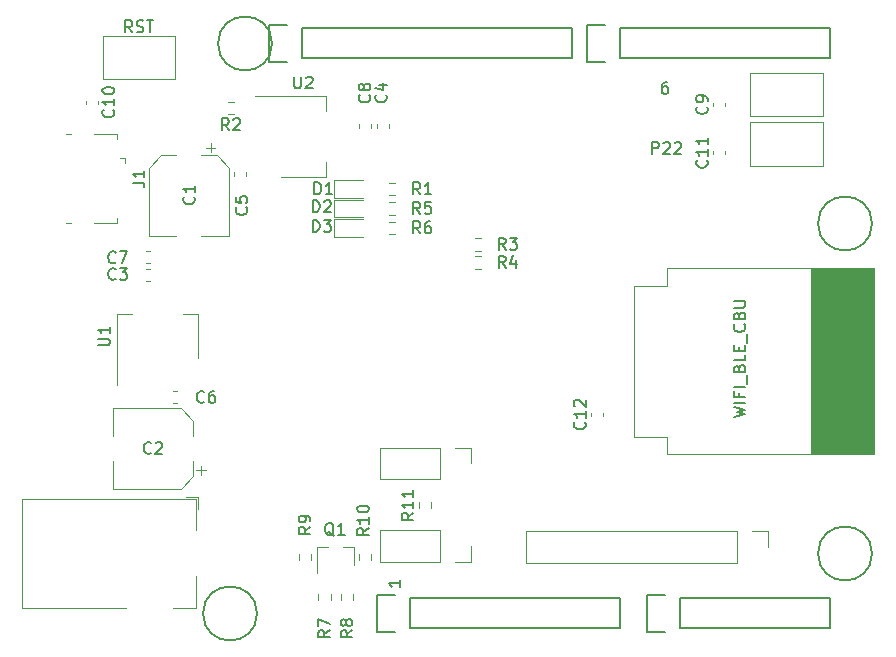
<source format=gbr>
%TF.GenerationSoftware,KiCad,Pcbnew,(5.1.9)-1*%
%TF.CreationDate,2021-05-30T19:53:41+08:00*%
%TF.ProjectId,Tuya_RGB,54757961-5f52-4474-922e-6b696361645f,rev?*%
%TF.SameCoordinates,Original*%
%TF.FileFunction,Legend,Top*%
%TF.FilePolarity,Positive*%
%FSLAX46Y46*%
G04 Gerber Fmt 4.6, Leading zero omitted, Abs format (unit mm)*
G04 Created by KiCad (PCBNEW (5.1.9)-1) date 2021-05-30 19:53:41*
%MOMM*%
%LPD*%
G01*
G04 APERTURE LIST*
%ADD10C,0.150000*%
%ADD11C,0.120000*%
%ADD12C,0.100000*%
G04 APERTURE END LIST*
D10*
X160710714Y-84907380D02*
X160710714Y-83907380D01*
X161091666Y-83907380D01*
X161186904Y-83955000D01*
X161234523Y-84002619D01*
X161282142Y-84097857D01*
X161282142Y-84240714D01*
X161234523Y-84335952D01*
X161186904Y-84383571D01*
X161091666Y-84431190D01*
X160710714Y-84431190D01*
X161663095Y-84002619D02*
X161710714Y-83955000D01*
X161805952Y-83907380D01*
X162044047Y-83907380D01*
X162139285Y-83955000D01*
X162186904Y-84002619D01*
X162234523Y-84097857D01*
X162234523Y-84193095D01*
X162186904Y-84335952D01*
X161615476Y-84907380D01*
X162234523Y-84907380D01*
X162615476Y-84002619D02*
X162663095Y-83955000D01*
X162758333Y-83907380D01*
X162996428Y-83907380D01*
X163091666Y-83955000D01*
X163139285Y-84002619D01*
X163186904Y-84097857D01*
X163186904Y-84193095D01*
X163139285Y-84335952D01*
X162567857Y-84907380D01*
X163186904Y-84907380D01*
X161988476Y-78827380D02*
X161798000Y-78827380D01*
X161702761Y-78875000D01*
X161655142Y-78922619D01*
X161559904Y-79065476D01*
X161512285Y-79255952D01*
X161512285Y-79636904D01*
X161559904Y-79732142D01*
X161607523Y-79779761D01*
X161702761Y-79827380D01*
X161893238Y-79827380D01*
X161988476Y-79779761D01*
X162036095Y-79732142D01*
X162083714Y-79636904D01*
X162083714Y-79398809D01*
X162036095Y-79303571D01*
X161988476Y-79255952D01*
X161893238Y-79208333D01*
X161702761Y-79208333D01*
X161607523Y-79255952D01*
X161559904Y-79303571D01*
X161512285Y-79398809D01*
X167600380Y-107211190D02*
X168600380Y-106973095D01*
X167886095Y-106782619D01*
X168600380Y-106592142D01*
X167600380Y-106354047D01*
X168600380Y-105973095D02*
X167600380Y-105973095D01*
X168076571Y-105163571D02*
X168076571Y-105496904D01*
X168600380Y-105496904D02*
X167600380Y-105496904D01*
X167600380Y-105020714D01*
X168600380Y-104639761D02*
X167600380Y-104639761D01*
X168695619Y-104401666D02*
X168695619Y-103639761D01*
X168076571Y-103068333D02*
X168124190Y-102925476D01*
X168171809Y-102877857D01*
X168267047Y-102830238D01*
X168409904Y-102830238D01*
X168505142Y-102877857D01*
X168552761Y-102925476D01*
X168600380Y-103020714D01*
X168600380Y-103401666D01*
X167600380Y-103401666D01*
X167600380Y-103068333D01*
X167648000Y-102973095D01*
X167695619Y-102925476D01*
X167790857Y-102877857D01*
X167886095Y-102877857D01*
X167981333Y-102925476D01*
X168028952Y-102973095D01*
X168076571Y-103068333D01*
X168076571Y-103401666D01*
X168600380Y-101925476D02*
X168600380Y-102401666D01*
X167600380Y-102401666D01*
X168076571Y-101592142D02*
X168076571Y-101258809D01*
X168600380Y-101115952D02*
X168600380Y-101592142D01*
X167600380Y-101592142D01*
X167600380Y-101115952D01*
X168695619Y-100925476D02*
X168695619Y-100163571D01*
X168505142Y-99354047D02*
X168552761Y-99401666D01*
X168600380Y-99544523D01*
X168600380Y-99639761D01*
X168552761Y-99782619D01*
X168457523Y-99877857D01*
X168362285Y-99925476D01*
X168171809Y-99973095D01*
X168028952Y-99973095D01*
X167838476Y-99925476D01*
X167743238Y-99877857D01*
X167648000Y-99782619D01*
X167600380Y-99639761D01*
X167600380Y-99544523D01*
X167648000Y-99401666D01*
X167695619Y-99354047D01*
X168076571Y-98592142D02*
X168124190Y-98449285D01*
X168171809Y-98401666D01*
X168267047Y-98354047D01*
X168409904Y-98354047D01*
X168505142Y-98401666D01*
X168552761Y-98449285D01*
X168600380Y-98544523D01*
X168600380Y-98925476D01*
X167600380Y-98925476D01*
X167600380Y-98592142D01*
X167648000Y-98496904D01*
X167695619Y-98449285D01*
X167790857Y-98401666D01*
X167886095Y-98401666D01*
X167981333Y-98449285D01*
X168028952Y-98496904D01*
X168076571Y-98592142D01*
X168076571Y-98925476D01*
X167600380Y-97925476D02*
X168409904Y-97925476D01*
X168505142Y-97877857D01*
X168552761Y-97830238D01*
X168600380Y-97735000D01*
X168600380Y-97544523D01*
X168552761Y-97449285D01*
X168505142Y-97401666D01*
X168409904Y-97354047D01*
X167600380Y-97354047D01*
X116673380Y-74620380D02*
X116340047Y-74144190D01*
X116101952Y-74620380D02*
X116101952Y-73620380D01*
X116482904Y-73620380D01*
X116578142Y-73668000D01*
X116625761Y-73715619D01*
X116673380Y-73810857D01*
X116673380Y-73953714D01*
X116625761Y-74048952D01*
X116578142Y-74096571D01*
X116482904Y-74144190D01*
X116101952Y-74144190D01*
X117054333Y-74572761D02*
X117197190Y-74620380D01*
X117435285Y-74620380D01*
X117530523Y-74572761D01*
X117578142Y-74525142D01*
X117625761Y-74429904D01*
X117625761Y-74334666D01*
X117578142Y-74239428D01*
X117530523Y-74191809D01*
X117435285Y-74144190D01*
X117244809Y-74096571D01*
X117149571Y-74048952D01*
X117101952Y-74001333D01*
X117054333Y-73906095D01*
X117054333Y-73810857D01*
X117101952Y-73715619D01*
X117149571Y-73668000D01*
X117244809Y-73620380D01*
X117482904Y-73620380D01*
X117625761Y-73668000D01*
X117911476Y-73620380D02*
X118482904Y-73620380D01*
X118197190Y-74620380D02*
X118197190Y-73620380D01*
X139390380Y-120999285D02*
X139390380Y-121570714D01*
X139390380Y-121285000D02*
X138390380Y-121285000D01*
X138533238Y-121380238D01*
X138628476Y-121475476D01*
X138676095Y-121570714D01*
D11*
%TO.C,R4*%
X146201224Y-92060500D02*
X145691776Y-92060500D01*
X146201224Y-93105500D02*
X145691776Y-93105500D01*
%TO.C,R3*%
X145691776Y-94629500D02*
X146201224Y-94629500D01*
X145691776Y-93584500D02*
X146201224Y-93584500D01*
%TO.C,J2*%
X122058000Y-114145000D02*
X122058000Y-116745000D01*
X107358000Y-114145000D02*
X122058000Y-114145000D01*
X122058000Y-123345000D02*
X120158000Y-123345000D01*
X122058000Y-120645000D02*
X122058000Y-123345000D01*
X107358000Y-123345000D02*
X107358000Y-114145000D01*
X116158000Y-123345000D02*
X107358000Y-123345000D01*
X121208000Y-113945000D02*
X122258000Y-113945000D01*
X122258000Y-114995000D02*
X122258000Y-113945000D01*
%TO.C,R1*%
X138962224Y-88406500D02*
X138452776Y-88406500D01*
X138962224Y-87361500D02*
X138452776Y-87361500D01*
%TO.C,D1*%
X136196000Y-87149000D02*
X133736000Y-87149000D01*
X133736000Y-87149000D02*
X133736000Y-88619000D01*
X133736000Y-88619000D02*
X136196000Y-88619000D01*
%TO.C,Q1*%
X135488800Y-118239000D02*
X134558800Y-118239000D01*
X132328800Y-118239000D02*
X133258800Y-118239000D01*
X132328800Y-118239000D02*
X132328800Y-120399000D01*
X135488800Y-118239000D02*
X135488800Y-119699000D01*
%TO.C,J3*%
X142768000Y-116780000D02*
X142768000Y-119440000D01*
X142768000Y-116780000D02*
X137628000Y-116780000D01*
X137628000Y-116780000D02*
X137628000Y-119440000D01*
X142768000Y-119440000D02*
X137628000Y-119440000D01*
X145368000Y-119440000D02*
X144038000Y-119440000D01*
X145368000Y-118110000D02*
X145368000Y-119440000D01*
%TO.C,U3*%
X174181800Y-110357600D02*
X174181800Y-94569600D01*
X179482800Y-94569600D02*
X179482800Y-110357600D01*
X161981800Y-110357600D02*
X179482800Y-110357600D01*
X161981800Y-94569600D02*
X179482800Y-94569600D01*
X161981800Y-110357600D02*
X161981800Y-108863600D01*
X161981800Y-96063600D02*
X161981800Y-94569600D01*
X159181800Y-108863600D02*
X161981800Y-108863600D01*
X159181800Y-96063600D02*
X161981800Y-96063600D01*
X159181800Y-96063600D02*
X159181800Y-108863600D01*
D12*
G36*
X174181800Y-110357600D02*
G01*
X174181800Y-94569600D01*
X179482800Y-94569600D01*
X179482800Y-110357600D01*
X174181800Y-110357600D01*
G37*
X174181800Y-110357600D02*
X174181800Y-94569600D01*
X179482800Y-94569600D01*
X179482800Y-110357600D01*
X174181800Y-110357600D01*
D11*
%TO.C,U2*%
X133076000Y-86835000D02*
X133076000Y-85575000D01*
X133076000Y-80015000D02*
X133076000Y-81275000D01*
X129316000Y-86835000D02*
X133076000Y-86835000D01*
X127066000Y-80015000D02*
X133076000Y-80015000D01*
%TO.C,U1*%
X122242600Y-98445000D02*
X120982600Y-98445000D01*
X115422600Y-98445000D02*
X116682600Y-98445000D01*
X122242600Y-102205000D02*
X122242600Y-98445000D01*
X115422600Y-104455000D02*
X115422600Y-98445000D01*
%TO.C,SW3*%
X169025000Y-82224000D02*
X175145000Y-82224000D01*
X175145000Y-82224000D02*
X175145000Y-85924000D01*
X175145000Y-85924000D02*
X169025000Y-85924000D01*
X169025000Y-85924000D02*
X169025000Y-82224000D01*
%TO.C,SW2*%
X114186400Y-74908800D02*
X120306400Y-74908800D01*
X120306400Y-74908800D02*
X120306400Y-78608800D01*
X120306400Y-78608800D02*
X114186400Y-78608800D01*
X114186400Y-78608800D02*
X114186400Y-74908800D01*
%TO.C,SW1*%
X169025000Y-78033000D02*
X175145000Y-78033000D01*
X175145000Y-78033000D02*
X175145000Y-81733000D01*
X175145000Y-81733000D02*
X169025000Y-81733000D01*
X169025000Y-81733000D02*
X169025000Y-78033000D01*
%TO.C,R11*%
X140955500Y-114912224D02*
X140955500Y-114402776D01*
X142000500Y-114912224D02*
X142000500Y-114402776D01*
%TO.C,R10*%
X135875500Y-119277224D02*
X135875500Y-118767776D01*
X136920500Y-119277224D02*
X136920500Y-118767776D01*
%TO.C,R9*%
X130795500Y-119277224D02*
X130795500Y-118767776D01*
X131840500Y-119277224D02*
X131840500Y-118767776D01*
%TO.C,R8*%
X134351500Y-122706224D02*
X134351500Y-122196776D01*
X135396500Y-122706224D02*
X135396500Y-122196776D01*
%TO.C,R7*%
X132446500Y-122706224D02*
X132446500Y-122196776D01*
X133491500Y-122706224D02*
X133491500Y-122196776D01*
%TO.C,R6*%
X138962224Y-91708500D02*
X138452776Y-91708500D01*
X138962224Y-90663500D02*
X138452776Y-90663500D01*
%TO.C,R5*%
X138962224Y-90057500D02*
X138452776Y-90057500D01*
X138962224Y-89012500D02*
X138452776Y-89012500D01*
%TO.C,R2*%
X125298924Y-81548500D02*
X124789476Y-81548500D01*
X125298924Y-80503500D02*
X124789476Y-80503500D01*
%TO.C,J5*%
X137628000Y-109795000D02*
X137628000Y-112455000D01*
X142768000Y-109795000D02*
X137628000Y-109795000D01*
X142768000Y-112455000D02*
X137628000Y-112455000D01*
X142768000Y-109795000D02*
X142768000Y-112455000D01*
X144038000Y-109795000D02*
X145368000Y-109795000D01*
X145368000Y-109795000D02*
X145368000Y-111125000D01*
%TO.C,J4*%
X150054000Y-116879000D02*
X150054000Y-119539000D01*
X167894000Y-116879000D02*
X150054000Y-116879000D01*
X167894000Y-119539000D02*
X150054000Y-119539000D01*
X167894000Y-116879000D02*
X167894000Y-119539000D01*
X169164000Y-116879000D02*
X170494000Y-116879000D01*
X170494000Y-116879000D02*
X170494000Y-118209000D01*
%TO.C,J1*%
X115661200Y-85244400D02*
X116111200Y-85244400D01*
X116111200Y-85694400D02*
X116111200Y-85244400D01*
X115431200Y-83244400D02*
X115431200Y-83664400D01*
X113451200Y-83244400D02*
X115431200Y-83244400D01*
X111081200Y-83244400D02*
X111481200Y-83244400D01*
X111481200Y-90764400D02*
X111081200Y-90764400D01*
X115431200Y-90764400D02*
X115431200Y-90344400D01*
X113451200Y-90764400D02*
X115431200Y-90764400D01*
%TO.C,D3*%
X136196000Y-90451000D02*
X133736000Y-90451000D01*
X133736000Y-90451000D02*
X133736000Y-91921000D01*
X133736000Y-91921000D02*
X136196000Y-91921000D01*
%TO.C,D2*%
X136196000Y-88800000D02*
X133736000Y-88800000D01*
X133736000Y-88800000D02*
X133736000Y-90270000D01*
X133736000Y-90270000D02*
X136196000Y-90270000D01*
%TO.C,C12*%
X155547600Y-107132167D02*
X155547600Y-106839633D01*
X156567600Y-107132167D02*
X156567600Y-106839633D01*
%TO.C,C11*%
X166880000Y-84663233D02*
X166880000Y-84955767D01*
X165860000Y-84663233D02*
X165860000Y-84955767D01*
%TO.C,C10*%
X113794000Y-80396033D02*
X113794000Y-80688567D01*
X112774000Y-80396033D02*
X112774000Y-80688567D01*
%TO.C,C9*%
X166880000Y-80599233D02*
X166880000Y-80891767D01*
X165860000Y-80599233D02*
X165860000Y-80891767D01*
%TO.C,C8*%
X135888000Y-82696267D02*
X135888000Y-82403733D01*
X136908000Y-82696267D02*
X136908000Y-82403733D01*
%TO.C,C7*%
X118154667Y-94134400D02*
X117862133Y-94134400D01*
X118154667Y-93114400D02*
X117862133Y-93114400D01*
%TO.C,C6*%
X120441767Y-106047000D02*
X120149233Y-106047000D01*
X120441767Y-105027000D02*
X120149233Y-105027000D01*
%TO.C,C5*%
X126341600Y-86466633D02*
X126341600Y-86759167D01*
X125321600Y-86466633D02*
X125321600Y-86759167D01*
%TO.C,C4*%
X137412000Y-82696267D02*
X137412000Y-82403733D01*
X138432000Y-82696267D02*
X138432000Y-82403733D01*
%TO.C,C3*%
X118154667Y-95658400D02*
X117862133Y-95658400D01*
X118154667Y-94638400D02*
X117862133Y-94638400D01*
%TO.C,C2*%
X115048000Y-106445000D02*
X115048000Y-108795000D01*
X115048000Y-113265000D02*
X115048000Y-110915000D01*
X120803563Y-113265000D02*
X115048000Y-113265000D01*
X120803563Y-106445000D02*
X115048000Y-106445000D01*
X121868000Y-107509437D02*
X121868000Y-108795000D01*
X121868000Y-112200563D02*
X121868000Y-110915000D01*
X121868000Y-112200563D02*
X120803563Y-113265000D01*
X121868000Y-107509437D02*
X120803563Y-106445000D01*
X122895500Y-111702500D02*
X122108000Y-111702500D01*
X122501750Y-112096250D02*
X122501750Y-111308750D01*
%TO.C,C1*%
X118078200Y-91835000D02*
X120428200Y-91835000D01*
X124898200Y-91835000D02*
X122548200Y-91835000D01*
X124898200Y-86079437D02*
X124898200Y-91835000D01*
X118078200Y-86079437D02*
X118078200Y-91835000D01*
X119142637Y-85015000D02*
X120428200Y-85015000D01*
X123833763Y-85015000D02*
X122548200Y-85015000D01*
X123833763Y-85015000D02*
X124898200Y-86079437D01*
X119142637Y-85015000D02*
X118078200Y-86079437D01*
X123335700Y-83987500D02*
X123335700Y-84775000D01*
X123729450Y-84381250D02*
X122941950Y-84381250D01*
D10*
%TO.C,P1*%
X137388000Y-122275000D02*
X137388000Y-125375000D01*
X138938000Y-122275000D02*
X137388000Y-122275000D01*
X140208000Y-125095000D02*
X140208000Y-122555000D01*
X137388000Y-125375000D02*
X138938000Y-125375000D01*
X157988000Y-122555000D02*
X140208000Y-122555000D01*
X157988000Y-125095000D02*
X157988000Y-122555000D01*
X140208000Y-125095000D02*
X157988000Y-125095000D01*
%TO.C,P2*%
X160248000Y-122275000D02*
X160248000Y-125375000D01*
X161798000Y-122275000D02*
X160248000Y-122275000D01*
X163068000Y-125095000D02*
X163068000Y-122555000D01*
X160248000Y-125375000D02*
X161798000Y-125375000D01*
X175768000Y-122555000D02*
X163068000Y-122555000D01*
X175768000Y-125095000D02*
X175768000Y-122555000D01*
X163068000Y-125095000D02*
X175768000Y-125095000D01*
%TO.C,P3*%
X128244000Y-74015000D02*
X128244000Y-77115000D01*
X129794000Y-74015000D02*
X128244000Y-74015000D01*
X131064000Y-76835000D02*
X131064000Y-74295000D01*
X128244000Y-77115000D02*
X129794000Y-77115000D01*
X153924000Y-74295000D02*
X131064000Y-74295000D01*
X153924000Y-76835000D02*
X153924000Y-74295000D01*
X131064000Y-76835000D02*
X153924000Y-76835000D01*
%TO.C,P4*%
X155168000Y-74015000D02*
X155168000Y-77115000D01*
X156718000Y-74015000D02*
X155168000Y-74015000D01*
X157988000Y-76835000D02*
X157988000Y-74295000D01*
X155168000Y-77115000D02*
X156718000Y-77115000D01*
X175768000Y-74295000D02*
X157988000Y-74295000D01*
X175768000Y-76835000D02*
X175768000Y-74295000D01*
X157988000Y-76835000D02*
X175768000Y-76835000D01*
%TO.C,P5*%
X127254000Y-123825000D02*
G75*
G03*
X127254000Y-123825000I-2286000J0D01*
G01*
%TO.C,P6*%
X179324000Y-118745000D02*
G75*
G03*
X179324000Y-118745000I-2286000J0D01*
G01*
%TO.C,P7*%
X128524000Y-75565000D02*
G75*
G03*
X128524000Y-75565000I-2286000J0D01*
G01*
%TO.C,P8*%
X179324000Y-90805000D02*
G75*
G03*
X179324000Y-90805000I-2286000J0D01*
G01*
%TO.C,R4*%
X148296333Y-94559380D02*
X147963000Y-94083190D01*
X147724904Y-94559380D02*
X147724904Y-93559380D01*
X148105857Y-93559380D01*
X148201095Y-93607000D01*
X148248714Y-93654619D01*
X148296333Y-93749857D01*
X148296333Y-93892714D01*
X148248714Y-93987952D01*
X148201095Y-94035571D01*
X148105857Y-94083190D01*
X147724904Y-94083190D01*
X149153476Y-93892714D02*
X149153476Y-94559380D01*
X148915380Y-93511761D02*
X148677285Y-94226047D01*
X149296333Y-94226047D01*
%TO.C,R3*%
X148296333Y-93035380D02*
X147963000Y-92559190D01*
X147724904Y-93035380D02*
X147724904Y-92035380D01*
X148105857Y-92035380D01*
X148201095Y-92083000D01*
X148248714Y-92130619D01*
X148296333Y-92225857D01*
X148296333Y-92368714D01*
X148248714Y-92463952D01*
X148201095Y-92511571D01*
X148105857Y-92559190D01*
X147724904Y-92559190D01*
X148629666Y-92035380D02*
X149248714Y-92035380D01*
X148915380Y-92416333D01*
X149058238Y-92416333D01*
X149153476Y-92463952D01*
X149201095Y-92511571D01*
X149248714Y-92606809D01*
X149248714Y-92844904D01*
X149201095Y-92940142D01*
X149153476Y-92987761D01*
X149058238Y-93035380D01*
X148772523Y-93035380D01*
X148677285Y-92987761D01*
X148629666Y-92940142D01*
%TO.C,R1*%
X141057333Y-88336380D02*
X140724000Y-87860190D01*
X140485904Y-88336380D02*
X140485904Y-87336380D01*
X140866857Y-87336380D01*
X140962095Y-87384000D01*
X141009714Y-87431619D01*
X141057333Y-87526857D01*
X141057333Y-87669714D01*
X141009714Y-87764952D01*
X140962095Y-87812571D01*
X140866857Y-87860190D01*
X140485904Y-87860190D01*
X142009714Y-88336380D02*
X141438285Y-88336380D01*
X141724000Y-88336380D02*
X141724000Y-87336380D01*
X141628761Y-87479238D01*
X141533523Y-87574476D01*
X141438285Y-87622095D01*
%TO.C,D1*%
X132103904Y-88336380D02*
X132103904Y-87336380D01*
X132342000Y-87336380D01*
X132484857Y-87384000D01*
X132580095Y-87479238D01*
X132627714Y-87574476D01*
X132675333Y-87764952D01*
X132675333Y-87907809D01*
X132627714Y-88098285D01*
X132580095Y-88193523D01*
X132484857Y-88288761D01*
X132342000Y-88336380D01*
X132103904Y-88336380D01*
X133627714Y-88336380D02*
X133056285Y-88336380D01*
X133342000Y-88336380D02*
X133342000Y-87336380D01*
X133246761Y-87479238D01*
X133151523Y-87574476D01*
X133056285Y-87622095D01*
%TO.C,Q1*%
X133762761Y-117260619D02*
X133667523Y-117213000D01*
X133572285Y-117117761D01*
X133429428Y-116974904D01*
X133334190Y-116927285D01*
X133238952Y-116927285D01*
X133286571Y-117165380D02*
X133191333Y-117117761D01*
X133096095Y-117022523D01*
X133048476Y-116832047D01*
X133048476Y-116498714D01*
X133096095Y-116308238D01*
X133191333Y-116213000D01*
X133286571Y-116165380D01*
X133477047Y-116165380D01*
X133572285Y-116213000D01*
X133667523Y-116308238D01*
X133715142Y-116498714D01*
X133715142Y-116832047D01*
X133667523Y-117022523D01*
X133572285Y-117117761D01*
X133477047Y-117165380D01*
X133286571Y-117165380D01*
X134667523Y-117165380D02*
X134096095Y-117165380D01*
X134381809Y-117165380D02*
X134381809Y-116165380D01*
X134286571Y-116308238D01*
X134191333Y-116403476D01*
X134096095Y-116451095D01*
%TO.C,U2*%
X130404095Y-78377380D02*
X130404095Y-79186904D01*
X130451714Y-79282142D01*
X130499333Y-79329761D01*
X130594571Y-79377380D01*
X130785047Y-79377380D01*
X130880285Y-79329761D01*
X130927904Y-79282142D01*
X130975523Y-79186904D01*
X130975523Y-78377380D01*
X131404095Y-78472619D02*
X131451714Y-78425000D01*
X131546952Y-78377380D01*
X131785047Y-78377380D01*
X131880285Y-78425000D01*
X131927904Y-78472619D01*
X131975523Y-78567857D01*
X131975523Y-78663095D01*
X131927904Y-78805952D01*
X131356476Y-79377380D01*
X131975523Y-79377380D01*
%TO.C,U1*%
X113784980Y-101116904D02*
X114594504Y-101116904D01*
X114689742Y-101069285D01*
X114737361Y-101021666D01*
X114784980Y-100926428D01*
X114784980Y-100735952D01*
X114737361Y-100640714D01*
X114689742Y-100593095D01*
X114594504Y-100545476D01*
X113784980Y-100545476D01*
X114784980Y-99545476D02*
X114784980Y-100116904D01*
X114784980Y-99831190D02*
X113784980Y-99831190D01*
X113927838Y-99926428D01*
X114023076Y-100021666D01*
X114070695Y-100116904D01*
%TO.C,R11*%
X140500380Y-115300357D02*
X140024190Y-115633690D01*
X140500380Y-115871785D02*
X139500380Y-115871785D01*
X139500380Y-115490833D01*
X139548000Y-115395595D01*
X139595619Y-115347976D01*
X139690857Y-115300357D01*
X139833714Y-115300357D01*
X139928952Y-115347976D01*
X139976571Y-115395595D01*
X140024190Y-115490833D01*
X140024190Y-115871785D01*
X140500380Y-114347976D02*
X140500380Y-114919404D01*
X140500380Y-114633690D02*
X139500380Y-114633690D01*
X139643238Y-114728928D01*
X139738476Y-114824166D01*
X139786095Y-114919404D01*
X140500380Y-113395595D02*
X140500380Y-113967023D01*
X140500380Y-113681309D02*
X139500380Y-113681309D01*
X139643238Y-113776547D01*
X139738476Y-113871785D01*
X139786095Y-113967023D01*
%TO.C,R10*%
X136723380Y-116593857D02*
X136247190Y-116927190D01*
X136723380Y-117165285D02*
X135723380Y-117165285D01*
X135723380Y-116784333D01*
X135771000Y-116689095D01*
X135818619Y-116641476D01*
X135913857Y-116593857D01*
X136056714Y-116593857D01*
X136151952Y-116641476D01*
X136199571Y-116689095D01*
X136247190Y-116784333D01*
X136247190Y-117165285D01*
X136723380Y-115641476D02*
X136723380Y-116212904D01*
X136723380Y-115927190D02*
X135723380Y-115927190D01*
X135866238Y-116022428D01*
X135961476Y-116117666D01*
X136009095Y-116212904D01*
X135723380Y-115022428D02*
X135723380Y-114927190D01*
X135771000Y-114831952D01*
X135818619Y-114784333D01*
X135913857Y-114736714D01*
X136104333Y-114689095D01*
X136342428Y-114689095D01*
X136532904Y-114736714D01*
X136628142Y-114784333D01*
X136675761Y-114831952D01*
X136723380Y-114927190D01*
X136723380Y-115022428D01*
X136675761Y-115117666D01*
X136628142Y-115165285D01*
X136532904Y-115212904D01*
X136342428Y-115260523D01*
X136104333Y-115260523D01*
X135913857Y-115212904D01*
X135818619Y-115165285D01*
X135771000Y-115117666D01*
X135723380Y-115022428D01*
%TO.C,R9*%
X131770380Y-116498666D02*
X131294190Y-116832000D01*
X131770380Y-117070095D02*
X130770380Y-117070095D01*
X130770380Y-116689142D01*
X130818000Y-116593904D01*
X130865619Y-116546285D01*
X130960857Y-116498666D01*
X131103714Y-116498666D01*
X131198952Y-116546285D01*
X131246571Y-116593904D01*
X131294190Y-116689142D01*
X131294190Y-117070095D01*
X131770380Y-116022476D02*
X131770380Y-115832000D01*
X131722761Y-115736761D01*
X131675142Y-115689142D01*
X131532285Y-115593904D01*
X131341809Y-115546285D01*
X130960857Y-115546285D01*
X130865619Y-115593904D01*
X130818000Y-115641523D01*
X130770380Y-115736761D01*
X130770380Y-115927238D01*
X130818000Y-116022476D01*
X130865619Y-116070095D01*
X130960857Y-116117714D01*
X131198952Y-116117714D01*
X131294190Y-116070095D01*
X131341809Y-116022476D01*
X131389428Y-115927238D01*
X131389428Y-115736761D01*
X131341809Y-115641523D01*
X131294190Y-115593904D01*
X131198952Y-115546285D01*
%TO.C,R8*%
X135326380Y-125261666D02*
X134850190Y-125595000D01*
X135326380Y-125833095D02*
X134326380Y-125833095D01*
X134326380Y-125452142D01*
X134374000Y-125356904D01*
X134421619Y-125309285D01*
X134516857Y-125261666D01*
X134659714Y-125261666D01*
X134754952Y-125309285D01*
X134802571Y-125356904D01*
X134850190Y-125452142D01*
X134850190Y-125833095D01*
X134754952Y-124690238D02*
X134707333Y-124785476D01*
X134659714Y-124833095D01*
X134564476Y-124880714D01*
X134516857Y-124880714D01*
X134421619Y-124833095D01*
X134374000Y-124785476D01*
X134326380Y-124690238D01*
X134326380Y-124499761D01*
X134374000Y-124404523D01*
X134421619Y-124356904D01*
X134516857Y-124309285D01*
X134564476Y-124309285D01*
X134659714Y-124356904D01*
X134707333Y-124404523D01*
X134754952Y-124499761D01*
X134754952Y-124690238D01*
X134802571Y-124785476D01*
X134850190Y-124833095D01*
X134945428Y-124880714D01*
X135135904Y-124880714D01*
X135231142Y-124833095D01*
X135278761Y-124785476D01*
X135326380Y-124690238D01*
X135326380Y-124499761D01*
X135278761Y-124404523D01*
X135231142Y-124356904D01*
X135135904Y-124309285D01*
X134945428Y-124309285D01*
X134850190Y-124356904D01*
X134802571Y-124404523D01*
X134754952Y-124499761D01*
%TO.C,R7*%
X133421380Y-125261666D02*
X132945190Y-125595000D01*
X133421380Y-125833095D02*
X132421380Y-125833095D01*
X132421380Y-125452142D01*
X132469000Y-125356904D01*
X132516619Y-125309285D01*
X132611857Y-125261666D01*
X132754714Y-125261666D01*
X132849952Y-125309285D01*
X132897571Y-125356904D01*
X132945190Y-125452142D01*
X132945190Y-125833095D01*
X132421380Y-124928333D02*
X132421380Y-124261666D01*
X133421380Y-124690238D01*
%TO.C,R6*%
X141057333Y-91638380D02*
X140724000Y-91162190D01*
X140485904Y-91638380D02*
X140485904Y-90638380D01*
X140866857Y-90638380D01*
X140962095Y-90686000D01*
X141009714Y-90733619D01*
X141057333Y-90828857D01*
X141057333Y-90971714D01*
X141009714Y-91066952D01*
X140962095Y-91114571D01*
X140866857Y-91162190D01*
X140485904Y-91162190D01*
X141914476Y-90638380D02*
X141724000Y-90638380D01*
X141628761Y-90686000D01*
X141581142Y-90733619D01*
X141485904Y-90876476D01*
X141438285Y-91066952D01*
X141438285Y-91447904D01*
X141485904Y-91543142D01*
X141533523Y-91590761D01*
X141628761Y-91638380D01*
X141819238Y-91638380D01*
X141914476Y-91590761D01*
X141962095Y-91543142D01*
X142009714Y-91447904D01*
X142009714Y-91209809D01*
X141962095Y-91114571D01*
X141914476Y-91066952D01*
X141819238Y-91019333D01*
X141628761Y-91019333D01*
X141533523Y-91066952D01*
X141485904Y-91114571D01*
X141438285Y-91209809D01*
%TO.C,R5*%
X141057333Y-89987380D02*
X140724000Y-89511190D01*
X140485904Y-89987380D02*
X140485904Y-88987380D01*
X140866857Y-88987380D01*
X140962095Y-89035000D01*
X141009714Y-89082619D01*
X141057333Y-89177857D01*
X141057333Y-89320714D01*
X141009714Y-89415952D01*
X140962095Y-89463571D01*
X140866857Y-89511190D01*
X140485904Y-89511190D01*
X141962095Y-88987380D02*
X141485904Y-88987380D01*
X141438285Y-89463571D01*
X141485904Y-89415952D01*
X141581142Y-89368333D01*
X141819238Y-89368333D01*
X141914476Y-89415952D01*
X141962095Y-89463571D01*
X142009714Y-89558809D01*
X142009714Y-89796904D01*
X141962095Y-89892142D01*
X141914476Y-89939761D01*
X141819238Y-89987380D01*
X141581142Y-89987380D01*
X141485904Y-89939761D01*
X141438285Y-89892142D01*
%TO.C,R2*%
X124877533Y-82908380D02*
X124544200Y-82432190D01*
X124306104Y-82908380D02*
X124306104Y-81908380D01*
X124687057Y-81908380D01*
X124782295Y-81956000D01*
X124829914Y-82003619D01*
X124877533Y-82098857D01*
X124877533Y-82241714D01*
X124829914Y-82336952D01*
X124782295Y-82384571D01*
X124687057Y-82432190D01*
X124306104Y-82432190D01*
X125258485Y-82003619D02*
X125306104Y-81956000D01*
X125401342Y-81908380D01*
X125639438Y-81908380D01*
X125734676Y-81956000D01*
X125782295Y-82003619D01*
X125829914Y-82098857D01*
X125829914Y-82194095D01*
X125782295Y-82336952D01*
X125210866Y-82908380D01*
X125829914Y-82908380D01*
%TO.C,J1*%
X116723580Y-87337733D02*
X117437866Y-87337733D01*
X117580723Y-87385352D01*
X117675961Y-87480590D01*
X117723580Y-87623447D01*
X117723580Y-87718685D01*
X117723580Y-86337733D02*
X117723580Y-86909161D01*
X117723580Y-86623447D02*
X116723580Y-86623447D01*
X116866438Y-86718685D01*
X116961676Y-86813923D01*
X117009295Y-86909161D01*
%TO.C,D3*%
X131976904Y-91511380D02*
X131976904Y-90511380D01*
X132215000Y-90511380D01*
X132357857Y-90559000D01*
X132453095Y-90654238D01*
X132500714Y-90749476D01*
X132548333Y-90939952D01*
X132548333Y-91082809D01*
X132500714Y-91273285D01*
X132453095Y-91368523D01*
X132357857Y-91463761D01*
X132215000Y-91511380D01*
X131976904Y-91511380D01*
X132881666Y-90511380D02*
X133500714Y-90511380D01*
X133167380Y-90892333D01*
X133310238Y-90892333D01*
X133405476Y-90939952D01*
X133453095Y-90987571D01*
X133500714Y-91082809D01*
X133500714Y-91320904D01*
X133453095Y-91416142D01*
X133405476Y-91463761D01*
X133310238Y-91511380D01*
X133024523Y-91511380D01*
X132929285Y-91463761D01*
X132881666Y-91416142D01*
%TO.C,D2*%
X131976904Y-89860380D02*
X131976904Y-88860380D01*
X132215000Y-88860380D01*
X132357857Y-88908000D01*
X132453095Y-89003238D01*
X132500714Y-89098476D01*
X132548333Y-89288952D01*
X132548333Y-89431809D01*
X132500714Y-89622285D01*
X132453095Y-89717523D01*
X132357857Y-89812761D01*
X132215000Y-89860380D01*
X131976904Y-89860380D01*
X132929285Y-88955619D02*
X132976904Y-88908000D01*
X133072142Y-88860380D01*
X133310238Y-88860380D01*
X133405476Y-88908000D01*
X133453095Y-88955619D01*
X133500714Y-89050857D01*
X133500714Y-89146095D01*
X133453095Y-89288952D01*
X132881666Y-89860380D01*
X133500714Y-89860380D01*
%TO.C,C12*%
X154984742Y-107628757D02*
X155032361Y-107676376D01*
X155079980Y-107819233D01*
X155079980Y-107914471D01*
X155032361Y-108057328D01*
X154937123Y-108152566D01*
X154841885Y-108200185D01*
X154651409Y-108247804D01*
X154508552Y-108247804D01*
X154318076Y-108200185D01*
X154222838Y-108152566D01*
X154127600Y-108057328D01*
X154079980Y-107914471D01*
X154079980Y-107819233D01*
X154127600Y-107676376D01*
X154175219Y-107628757D01*
X155079980Y-106676376D02*
X155079980Y-107247804D01*
X155079980Y-106962090D02*
X154079980Y-106962090D01*
X154222838Y-107057328D01*
X154318076Y-107152566D01*
X154365695Y-107247804D01*
X154175219Y-106295423D02*
X154127600Y-106247804D01*
X154079980Y-106152566D01*
X154079980Y-105914471D01*
X154127600Y-105819233D01*
X154175219Y-105771614D01*
X154270457Y-105723995D01*
X154365695Y-105723995D01*
X154508552Y-105771614D01*
X155079980Y-106343042D01*
X155079980Y-105723995D01*
%TO.C,C11*%
X165330142Y-85452357D02*
X165377761Y-85499976D01*
X165425380Y-85642833D01*
X165425380Y-85738071D01*
X165377761Y-85880928D01*
X165282523Y-85976166D01*
X165187285Y-86023785D01*
X164996809Y-86071404D01*
X164853952Y-86071404D01*
X164663476Y-86023785D01*
X164568238Y-85976166D01*
X164473000Y-85880928D01*
X164425380Y-85738071D01*
X164425380Y-85642833D01*
X164473000Y-85499976D01*
X164520619Y-85452357D01*
X165425380Y-84499976D02*
X165425380Y-85071404D01*
X165425380Y-84785690D02*
X164425380Y-84785690D01*
X164568238Y-84880928D01*
X164663476Y-84976166D01*
X164711095Y-85071404D01*
X165425380Y-83547595D02*
X165425380Y-84119023D01*
X165425380Y-83833309D02*
X164425380Y-83833309D01*
X164568238Y-83928547D01*
X164663476Y-84023785D01*
X164711095Y-84119023D01*
%TO.C,C10*%
X115071142Y-81185157D02*
X115118761Y-81232776D01*
X115166380Y-81375633D01*
X115166380Y-81470871D01*
X115118761Y-81613728D01*
X115023523Y-81708966D01*
X114928285Y-81756585D01*
X114737809Y-81804204D01*
X114594952Y-81804204D01*
X114404476Y-81756585D01*
X114309238Y-81708966D01*
X114214000Y-81613728D01*
X114166380Y-81470871D01*
X114166380Y-81375633D01*
X114214000Y-81232776D01*
X114261619Y-81185157D01*
X115166380Y-80232776D02*
X115166380Y-80804204D01*
X115166380Y-80518490D02*
X114166380Y-80518490D01*
X114309238Y-80613728D01*
X114404476Y-80708966D01*
X114452095Y-80804204D01*
X114166380Y-79613728D02*
X114166380Y-79518490D01*
X114214000Y-79423252D01*
X114261619Y-79375633D01*
X114356857Y-79328014D01*
X114547333Y-79280395D01*
X114785428Y-79280395D01*
X114975904Y-79328014D01*
X115071142Y-79375633D01*
X115118761Y-79423252D01*
X115166380Y-79518490D01*
X115166380Y-79613728D01*
X115118761Y-79708966D01*
X115071142Y-79756585D01*
X114975904Y-79804204D01*
X114785428Y-79851823D01*
X114547333Y-79851823D01*
X114356857Y-79804204D01*
X114261619Y-79756585D01*
X114214000Y-79708966D01*
X114166380Y-79613728D01*
%TO.C,C9*%
X165330142Y-80912166D02*
X165377761Y-80959785D01*
X165425380Y-81102642D01*
X165425380Y-81197880D01*
X165377761Y-81340738D01*
X165282523Y-81435976D01*
X165187285Y-81483595D01*
X164996809Y-81531214D01*
X164853952Y-81531214D01*
X164663476Y-81483595D01*
X164568238Y-81435976D01*
X164473000Y-81340738D01*
X164425380Y-81197880D01*
X164425380Y-81102642D01*
X164473000Y-80959785D01*
X164520619Y-80912166D01*
X165425380Y-80435976D02*
X165425380Y-80245500D01*
X165377761Y-80150261D01*
X165330142Y-80102642D01*
X165187285Y-80007404D01*
X164996809Y-79959785D01*
X164615857Y-79959785D01*
X164520619Y-80007404D01*
X164473000Y-80055023D01*
X164425380Y-80150261D01*
X164425380Y-80340738D01*
X164473000Y-80435976D01*
X164520619Y-80483595D01*
X164615857Y-80531214D01*
X164853952Y-80531214D01*
X164949190Y-80483595D01*
X164996809Y-80435976D01*
X165044428Y-80340738D01*
X165044428Y-80150261D01*
X164996809Y-80055023D01*
X164949190Y-80007404D01*
X164853952Y-79959785D01*
%TO.C,C8*%
X136755142Y-79922666D02*
X136802761Y-79970285D01*
X136850380Y-80113142D01*
X136850380Y-80208380D01*
X136802761Y-80351238D01*
X136707523Y-80446476D01*
X136612285Y-80494095D01*
X136421809Y-80541714D01*
X136278952Y-80541714D01*
X136088476Y-80494095D01*
X135993238Y-80446476D01*
X135898000Y-80351238D01*
X135850380Y-80208380D01*
X135850380Y-80113142D01*
X135898000Y-79970285D01*
X135945619Y-79922666D01*
X136278952Y-79351238D02*
X136231333Y-79446476D01*
X136183714Y-79494095D01*
X136088476Y-79541714D01*
X136040857Y-79541714D01*
X135945619Y-79494095D01*
X135898000Y-79446476D01*
X135850380Y-79351238D01*
X135850380Y-79160761D01*
X135898000Y-79065523D01*
X135945619Y-79017904D01*
X136040857Y-78970285D01*
X136088476Y-78970285D01*
X136183714Y-79017904D01*
X136231333Y-79065523D01*
X136278952Y-79160761D01*
X136278952Y-79351238D01*
X136326571Y-79446476D01*
X136374190Y-79494095D01*
X136469428Y-79541714D01*
X136659904Y-79541714D01*
X136755142Y-79494095D01*
X136802761Y-79446476D01*
X136850380Y-79351238D01*
X136850380Y-79160761D01*
X136802761Y-79065523D01*
X136755142Y-79017904D01*
X136659904Y-78970285D01*
X136469428Y-78970285D01*
X136374190Y-79017904D01*
X136326571Y-79065523D01*
X136278952Y-79160761D01*
%TO.C,C7*%
X115276333Y-94083142D02*
X115228714Y-94130761D01*
X115085857Y-94178380D01*
X114990619Y-94178380D01*
X114847761Y-94130761D01*
X114752523Y-94035523D01*
X114704904Y-93940285D01*
X114657285Y-93749809D01*
X114657285Y-93606952D01*
X114704904Y-93416476D01*
X114752523Y-93321238D01*
X114847761Y-93226000D01*
X114990619Y-93178380D01*
X115085857Y-93178380D01*
X115228714Y-93226000D01*
X115276333Y-93273619D01*
X115609666Y-93178380D02*
X116276333Y-93178380D01*
X115847761Y-94178380D01*
%TO.C,C6*%
X122769333Y-105894142D02*
X122721714Y-105941761D01*
X122578857Y-105989380D01*
X122483619Y-105989380D01*
X122340761Y-105941761D01*
X122245523Y-105846523D01*
X122197904Y-105751285D01*
X122150285Y-105560809D01*
X122150285Y-105417952D01*
X122197904Y-105227476D01*
X122245523Y-105132238D01*
X122340761Y-105037000D01*
X122483619Y-104989380D01*
X122578857Y-104989380D01*
X122721714Y-105037000D01*
X122769333Y-105084619D01*
X123626476Y-104989380D02*
X123436000Y-104989380D01*
X123340761Y-105037000D01*
X123293142Y-105084619D01*
X123197904Y-105227476D01*
X123150285Y-105417952D01*
X123150285Y-105798904D01*
X123197904Y-105894142D01*
X123245523Y-105941761D01*
X123340761Y-105989380D01*
X123531238Y-105989380D01*
X123626476Y-105941761D01*
X123674095Y-105894142D01*
X123721714Y-105798904D01*
X123721714Y-105560809D01*
X123674095Y-105465571D01*
X123626476Y-105417952D01*
X123531238Y-105370333D01*
X123340761Y-105370333D01*
X123245523Y-105417952D01*
X123197904Y-105465571D01*
X123150285Y-105560809D01*
%TO.C,C5*%
X126341142Y-89447666D02*
X126388761Y-89495285D01*
X126436380Y-89638142D01*
X126436380Y-89733380D01*
X126388761Y-89876238D01*
X126293523Y-89971476D01*
X126198285Y-90019095D01*
X126007809Y-90066714D01*
X125864952Y-90066714D01*
X125674476Y-90019095D01*
X125579238Y-89971476D01*
X125484000Y-89876238D01*
X125436380Y-89733380D01*
X125436380Y-89638142D01*
X125484000Y-89495285D01*
X125531619Y-89447666D01*
X125436380Y-88542904D02*
X125436380Y-89019095D01*
X125912571Y-89066714D01*
X125864952Y-89019095D01*
X125817333Y-88923857D01*
X125817333Y-88685761D01*
X125864952Y-88590523D01*
X125912571Y-88542904D01*
X126007809Y-88495285D01*
X126245904Y-88495285D01*
X126341142Y-88542904D01*
X126388761Y-88590523D01*
X126436380Y-88685761D01*
X126436380Y-88923857D01*
X126388761Y-89019095D01*
X126341142Y-89066714D01*
%TO.C,C4*%
X138152142Y-79922666D02*
X138199761Y-79970285D01*
X138247380Y-80113142D01*
X138247380Y-80208380D01*
X138199761Y-80351238D01*
X138104523Y-80446476D01*
X138009285Y-80494095D01*
X137818809Y-80541714D01*
X137675952Y-80541714D01*
X137485476Y-80494095D01*
X137390238Y-80446476D01*
X137295000Y-80351238D01*
X137247380Y-80208380D01*
X137247380Y-80113142D01*
X137295000Y-79970285D01*
X137342619Y-79922666D01*
X137580714Y-79065523D02*
X138247380Y-79065523D01*
X137199761Y-79303619D02*
X137914047Y-79541714D01*
X137914047Y-78922666D01*
%TO.C,C3*%
X115276333Y-95480142D02*
X115228714Y-95527761D01*
X115085857Y-95575380D01*
X114990619Y-95575380D01*
X114847761Y-95527761D01*
X114752523Y-95432523D01*
X114704904Y-95337285D01*
X114657285Y-95146809D01*
X114657285Y-95003952D01*
X114704904Y-94813476D01*
X114752523Y-94718238D01*
X114847761Y-94623000D01*
X114990619Y-94575380D01*
X115085857Y-94575380D01*
X115228714Y-94623000D01*
X115276333Y-94670619D01*
X115609666Y-94575380D02*
X116228714Y-94575380D01*
X115895380Y-94956333D01*
X116038238Y-94956333D01*
X116133476Y-95003952D01*
X116181095Y-95051571D01*
X116228714Y-95146809D01*
X116228714Y-95384904D01*
X116181095Y-95480142D01*
X116133476Y-95527761D01*
X116038238Y-95575380D01*
X115752523Y-95575380D01*
X115657285Y-95527761D01*
X115609666Y-95480142D01*
%TO.C,C2*%
X118291333Y-110212142D02*
X118243714Y-110259761D01*
X118100857Y-110307380D01*
X118005619Y-110307380D01*
X117862761Y-110259761D01*
X117767523Y-110164523D01*
X117719904Y-110069285D01*
X117672285Y-109878809D01*
X117672285Y-109735952D01*
X117719904Y-109545476D01*
X117767523Y-109450238D01*
X117862761Y-109355000D01*
X118005619Y-109307380D01*
X118100857Y-109307380D01*
X118243714Y-109355000D01*
X118291333Y-109402619D01*
X118672285Y-109402619D02*
X118719904Y-109355000D01*
X118815142Y-109307380D01*
X119053238Y-109307380D01*
X119148476Y-109355000D01*
X119196095Y-109402619D01*
X119243714Y-109497857D01*
X119243714Y-109593095D01*
X119196095Y-109735952D01*
X118624666Y-110307380D01*
X119243714Y-110307380D01*
%TO.C,C1*%
X121896142Y-88558666D02*
X121943761Y-88606285D01*
X121991380Y-88749142D01*
X121991380Y-88844380D01*
X121943761Y-88987238D01*
X121848523Y-89082476D01*
X121753285Y-89130095D01*
X121562809Y-89177714D01*
X121419952Y-89177714D01*
X121229476Y-89130095D01*
X121134238Y-89082476D01*
X121039000Y-88987238D01*
X120991380Y-88844380D01*
X120991380Y-88749142D01*
X121039000Y-88606285D01*
X121086619Y-88558666D01*
X121991380Y-87606285D02*
X121991380Y-88177714D01*
X121991380Y-87892000D02*
X120991380Y-87892000D01*
X121134238Y-87987238D01*
X121229476Y-88082476D01*
X121277095Y-88177714D01*
%TD*%
M02*

</source>
